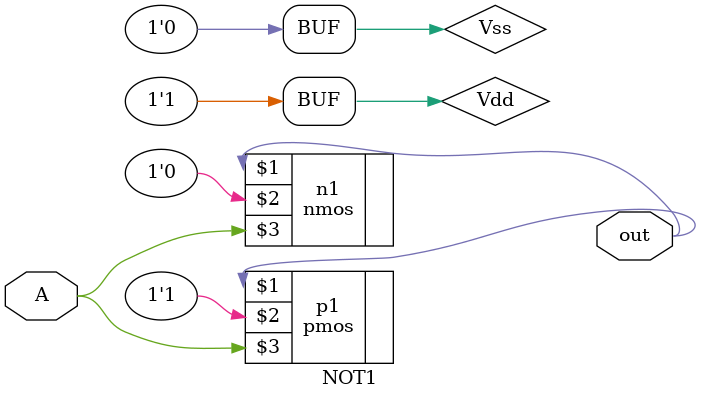
<source format=v>

module NOT1 (out ,A );
  output out;
  input A;
  
  supply1 Vdd;
  supply0 Vss;
 
  pmos p1 (out,Vdd,A); 
  nmos n1 (out,Vss,A);
 endmodule
</source>
